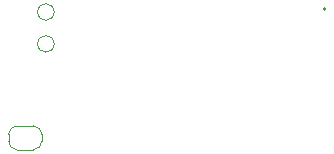
<source format=gbr>
%TF.GenerationSoftware,KiCad,Pcbnew,9.0.2*%
%TF.CreationDate,2025-06-26T01:43:21+01:00*%
%TF.ProjectId,PDB_AURA,5044425f-4155-4524-912e-6b696361645f,rev?*%
%TF.SameCoordinates,Original*%
%TF.FileFunction,Legend,Bot*%
%TF.FilePolarity,Positive*%
%FSLAX46Y46*%
G04 Gerber Fmt 4.6, Leading zero omitted, Abs format (unit mm)*
G04 Created by KiCad (PCBNEW 9.0.2) date 2025-06-26 01:43:21*
%MOMM*%
%LPD*%
G01*
G04 APERTURE LIST*
%ADD10C,0.120000*%
%ADD11C,0.200000*%
G04 APERTURE END LIST*
D10*
%TO.C,JP100*%
X66850000Y-78700000D02*
X66850000Y-79300000D01*
X67550000Y-80000000D02*
X68950000Y-80000000D01*
X68950000Y-78000000D02*
X67550000Y-78000000D01*
X69650000Y-79300000D02*
X69650000Y-78700000D01*
X66850000Y-78700000D02*
G75*
G02*
X67550000Y-78000000I699999J1D01*
G01*
X67550000Y-80000000D02*
G75*
G02*
X66850000Y-79300000I-1J699999D01*
G01*
X68950000Y-78000000D02*
G75*
G02*
X69650000Y-78700000I0J-700000D01*
G01*
X69650000Y-79300000D02*
G75*
G02*
X68950000Y-80000000I-700000J0D01*
G01*
%TO.C,TP203*%
X70700000Y-71050000D02*
G75*
G02*
X69300000Y-71050000I-700000J0D01*
G01*
X69300000Y-71050000D02*
G75*
G02*
X70700000Y-71050000I700000J0D01*
G01*
D11*
%TO.C,J302*%
X93648000Y-68099000D02*
G75*
G02*
X93492000Y-68099000I-78000J0D01*
G01*
X93492000Y-68099000D02*
G75*
G02*
X93648000Y-68099000I78000J0D01*
G01*
D10*
%TO.C,TP201*%
X70700000Y-68350000D02*
G75*
G02*
X69300000Y-68350000I-700000J0D01*
G01*
X69300000Y-68350000D02*
G75*
G02*
X70700000Y-68350000I700000J0D01*
G01*
%TD*%
M02*

</source>
